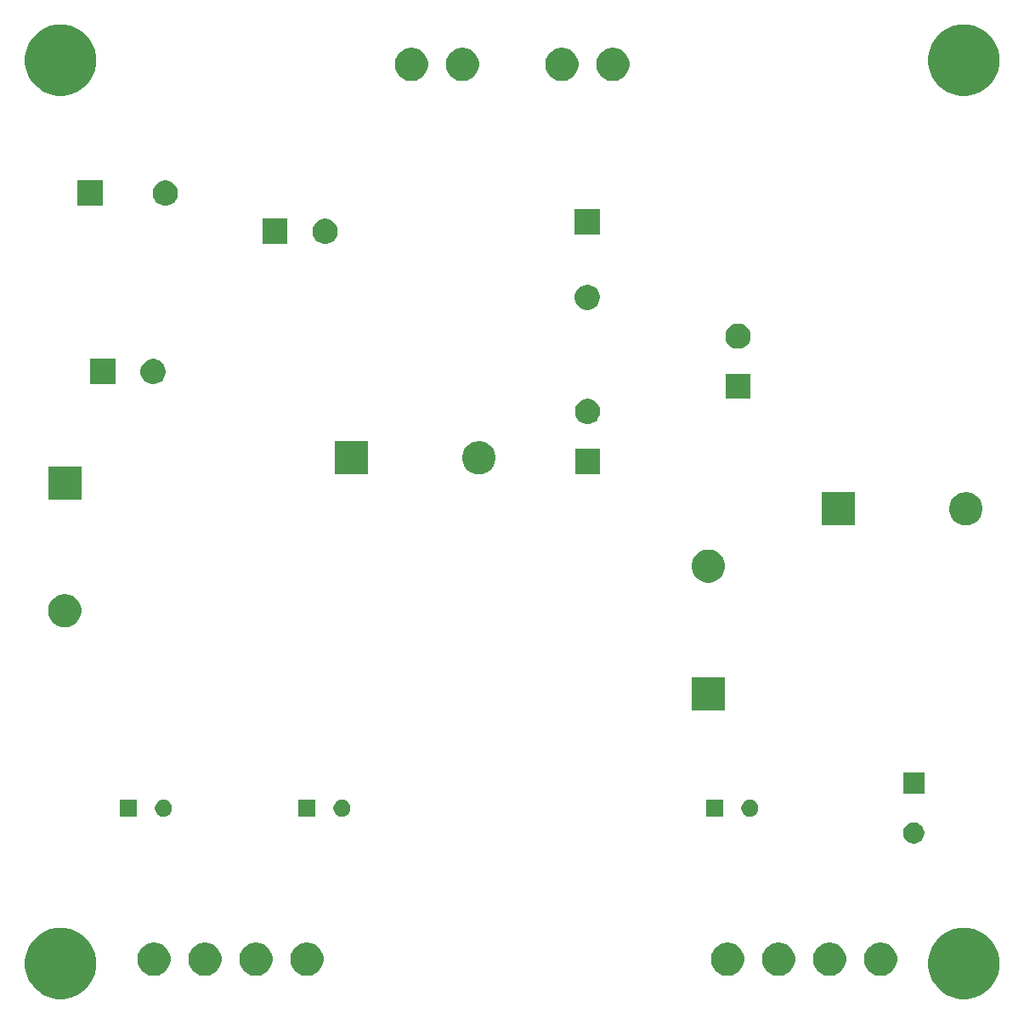
<source format=gbr>
G04 #@! TF.GenerationSoftware,KiCad,Pcbnew,(5.1.5)-3*
G04 #@! TF.CreationDate,2020-04-21T19:46:43+02:00*
G04 #@! TF.ProjectId,PowerSupply_v2,506f7765-7253-4757-9070-6c795f76322e,rev?*
G04 #@! TF.SameCoordinates,Original*
G04 #@! TF.FileFunction,Soldermask,Bot*
G04 #@! TF.FilePolarity,Negative*
%FSLAX46Y46*%
G04 Gerber Fmt 4.6, Leading zero omitted, Abs format (unit mm)*
G04 Created by KiCad (PCBNEW (5.1.5)-3) date 2020-04-21 19:46:43*
%MOMM*%
%LPD*%
G04 APERTURE LIST*
%ADD10C,0.100000*%
G04 APERTURE END LIST*
D10*
G36*
X196035787Y-141585462D02*
G01*
X196035790Y-141585463D01*
X196035789Y-141585463D01*
X196682029Y-141853144D01*
X197263631Y-142241758D01*
X197758242Y-142736369D01*
X198146856Y-143317971D01*
X198146856Y-143317972D01*
X198414538Y-143964213D01*
X198551000Y-144650256D01*
X198551000Y-145349744D01*
X198414538Y-146035787D01*
X198361181Y-146164603D01*
X198146856Y-146682029D01*
X197758242Y-147263631D01*
X197263631Y-147758242D01*
X196682029Y-148146856D01*
X196225068Y-148336135D01*
X196035787Y-148414538D01*
X195349744Y-148551000D01*
X194650256Y-148551000D01*
X193964213Y-148414538D01*
X193774932Y-148336135D01*
X193317971Y-148146856D01*
X192736369Y-147758242D01*
X192241758Y-147263631D01*
X191853144Y-146682029D01*
X191638819Y-146164603D01*
X191585462Y-146035787D01*
X191449000Y-145349744D01*
X191449000Y-144650256D01*
X191585462Y-143964213D01*
X191853144Y-143317972D01*
X191853144Y-143317971D01*
X192241758Y-142736369D01*
X192736369Y-142241758D01*
X193317971Y-141853144D01*
X193964211Y-141585463D01*
X193964210Y-141585463D01*
X193964213Y-141585462D01*
X194650256Y-141449000D01*
X195349744Y-141449000D01*
X196035787Y-141585462D01*
G37*
G36*
X106035787Y-141585462D02*
G01*
X106035790Y-141585463D01*
X106035789Y-141585463D01*
X106682029Y-141853144D01*
X107263631Y-142241758D01*
X107758242Y-142736369D01*
X108146856Y-143317971D01*
X108146856Y-143317972D01*
X108414538Y-143964213D01*
X108551000Y-144650256D01*
X108551000Y-145349744D01*
X108414538Y-146035787D01*
X108361181Y-146164603D01*
X108146856Y-146682029D01*
X107758242Y-147263631D01*
X107263631Y-147758242D01*
X106682029Y-148146856D01*
X106225068Y-148336135D01*
X106035787Y-148414538D01*
X105349744Y-148551000D01*
X104650256Y-148551000D01*
X103964213Y-148414538D01*
X103774932Y-148336135D01*
X103317971Y-148146856D01*
X102736369Y-147758242D01*
X102241758Y-147263631D01*
X101853144Y-146682029D01*
X101638819Y-146164603D01*
X101585462Y-146035787D01*
X101449000Y-145349744D01*
X101449000Y-144650256D01*
X101585462Y-143964213D01*
X101853144Y-143317972D01*
X101853144Y-143317971D01*
X102241758Y-142736369D01*
X102736369Y-142241758D01*
X103317971Y-141853144D01*
X103964211Y-141585463D01*
X103964210Y-141585463D01*
X103964213Y-141585462D01*
X104650256Y-141449000D01*
X105349744Y-141449000D01*
X106035787Y-141585462D01*
G37*
G36*
X129915256Y-142968348D02*
G01*
X130021579Y-142989497D01*
X130322042Y-143113953D01*
X130592451Y-143294635D01*
X130822415Y-143524599D01*
X130822416Y-143524601D01*
X131003098Y-143795010D01*
X131127553Y-144095472D01*
X131191000Y-144414439D01*
X131191000Y-144739661D01*
X131127553Y-145058628D01*
X131006970Y-145349743D01*
X131003097Y-145359092D01*
X130822415Y-145629501D01*
X130592451Y-145859465D01*
X130322042Y-146040147D01*
X130021579Y-146164603D01*
X129915256Y-146185752D01*
X129702611Y-146228050D01*
X129377389Y-146228050D01*
X129164744Y-146185752D01*
X129058421Y-146164603D01*
X128757958Y-146040147D01*
X128487549Y-145859465D01*
X128257585Y-145629501D01*
X128076903Y-145359092D01*
X128073031Y-145349743D01*
X127952447Y-145058628D01*
X127889000Y-144739661D01*
X127889000Y-144414439D01*
X127952447Y-144095472D01*
X128076902Y-143795010D01*
X128257584Y-143524601D01*
X128257585Y-143524599D01*
X128487549Y-143294635D01*
X128757958Y-143113953D01*
X129058421Y-142989497D01*
X129164744Y-142968348D01*
X129377389Y-142926050D01*
X129702611Y-142926050D01*
X129915256Y-142968348D01*
G37*
G36*
X124835256Y-142968348D02*
G01*
X124941579Y-142989497D01*
X125242042Y-143113953D01*
X125512451Y-143294635D01*
X125742415Y-143524599D01*
X125742416Y-143524601D01*
X125923098Y-143795010D01*
X126047553Y-144095472D01*
X126111000Y-144414439D01*
X126111000Y-144739661D01*
X126047553Y-145058628D01*
X125926970Y-145349743D01*
X125923097Y-145359092D01*
X125742415Y-145629501D01*
X125512451Y-145859465D01*
X125242042Y-146040147D01*
X124941579Y-146164603D01*
X124835256Y-146185752D01*
X124622611Y-146228050D01*
X124297389Y-146228050D01*
X124084744Y-146185752D01*
X123978421Y-146164603D01*
X123677958Y-146040147D01*
X123407549Y-145859465D01*
X123177585Y-145629501D01*
X122996903Y-145359092D01*
X122993031Y-145349743D01*
X122872447Y-145058628D01*
X122809000Y-144739661D01*
X122809000Y-144414439D01*
X122872447Y-144095472D01*
X122996902Y-143795010D01*
X123177584Y-143524601D01*
X123177585Y-143524599D01*
X123407549Y-143294635D01*
X123677958Y-143113953D01*
X123978421Y-142989497D01*
X124084744Y-142968348D01*
X124297389Y-142926050D01*
X124622611Y-142926050D01*
X124835256Y-142968348D01*
G37*
G36*
X114675256Y-142968348D02*
G01*
X114781579Y-142989497D01*
X115082042Y-143113953D01*
X115352451Y-143294635D01*
X115582415Y-143524599D01*
X115582416Y-143524601D01*
X115763098Y-143795010D01*
X115887553Y-144095472D01*
X115951000Y-144414439D01*
X115951000Y-144739661D01*
X115887553Y-145058628D01*
X115766970Y-145349743D01*
X115763097Y-145359092D01*
X115582415Y-145629501D01*
X115352451Y-145859465D01*
X115082042Y-146040147D01*
X114781579Y-146164603D01*
X114675256Y-146185752D01*
X114462611Y-146228050D01*
X114137389Y-146228050D01*
X113924744Y-146185752D01*
X113818421Y-146164603D01*
X113517958Y-146040147D01*
X113247549Y-145859465D01*
X113017585Y-145629501D01*
X112836903Y-145359092D01*
X112833031Y-145349743D01*
X112712447Y-145058628D01*
X112649000Y-144739661D01*
X112649000Y-144414439D01*
X112712447Y-144095472D01*
X112836902Y-143795010D01*
X113017584Y-143524601D01*
X113017585Y-143524599D01*
X113247549Y-143294635D01*
X113517958Y-143113953D01*
X113818421Y-142989497D01*
X113924744Y-142968348D01*
X114137389Y-142926050D01*
X114462611Y-142926050D01*
X114675256Y-142968348D01*
G37*
G36*
X119755256Y-142968348D02*
G01*
X119861579Y-142989497D01*
X120162042Y-143113953D01*
X120432451Y-143294635D01*
X120662415Y-143524599D01*
X120662416Y-143524601D01*
X120843098Y-143795010D01*
X120967553Y-144095472D01*
X121031000Y-144414439D01*
X121031000Y-144739661D01*
X120967553Y-145058628D01*
X120846970Y-145349743D01*
X120843097Y-145359092D01*
X120662415Y-145629501D01*
X120432451Y-145859465D01*
X120162042Y-146040147D01*
X119861579Y-146164603D01*
X119755256Y-146185752D01*
X119542611Y-146228050D01*
X119217389Y-146228050D01*
X119004744Y-146185752D01*
X118898421Y-146164603D01*
X118597958Y-146040147D01*
X118327549Y-145859465D01*
X118097585Y-145629501D01*
X117916903Y-145359092D01*
X117913031Y-145349743D01*
X117792447Y-145058628D01*
X117729000Y-144739661D01*
X117729000Y-144414439D01*
X117792447Y-144095472D01*
X117916902Y-143795010D01*
X118097584Y-143524601D01*
X118097585Y-143524599D01*
X118327549Y-143294635D01*
X118597958Y-143113953D01*
X118898421Y-142989497D01*
X119004744Y-142968348D01*
X119217389Y-142926050D01*
X119542611Y-142926050D01*
X119755256Y-142968348D01*
G37*
G36*
X171825256Y-142968348D02*
G01*
X171931579Y-142989497D01*
X172232042Y-143113953D01*
X172502451Y-143294635D01*
X172732415Y-143524599D01*
X172732416Y-143524601D01*
X172913098Y-143795010D01*
X173037553Y-144095472D01*
X173101000Y-144414439D01*
X173101000Y-144739661D01*
X173037553Y-145058628D01*
X172916970Y-145349743D01*
X172913097Y-145359092D01*
X172732415Y-145629501D01*
X172502451Y-145859465D01*
X172232042Y-146040147D01*
X171931579Y-146164603D01*
X171825256Y-146185752D01*
X171612611Y-146228050D01*
X171287389Y-146228050D01*
X171074744Y-146185752D01*
X170968421Y-146164603D01*
X170667958Y-146040147D01*
X170397549Y-145859465D01*
X170167585Y-145629501D01*
X169986903Y-145359092D01*
X169983031Y-145349743D01*
X169862447Y-145058628D01*
X169799000Y-144739661D01*
X169799000Y-144414439D01*
X169862447Y-144095472D01*
X169986902Y-143795010D01*
X170167584Y-143524601D01*
X170167585Y-143524599D01*
X170397549Y-143294635D01*
X170667958Y-143113953D01*
X170968421Y-142989497D01*
X171074744Y-142968348D01*
X171287389Y-142926050D01*
X171612611Y-142926050D01*
X171825256Y-142968348D01*
G37*
G36*
X181985256Y-142968348D02*
G01*
X182091579Y-142989497D01*
X182392042Y-143113953D01*
X182662451Y-143294635D01*
X182892415Y-143524599D01*
X182892416Y-143524601D01*
X183073098Y-143795010D01*
X183197553Y-144095472D01*
X183261000Y-144414439D01*
X183261000Y-144739661D01*
X183197553Y-145058628D01*
X183076970Y-145349743D01*
X183073097Y-145359092D01*
X182892415Y-145629501D01*
X182662451Y-145859465D01*
X182392042Y-146040147D01*
X182091579Y-146164603D01*
X181985256Y-146185752D01*
X181772611Y-146228050D01*
X181447389Y-146228050D01*
X181234744Y-146185752D01*
X181128421Y-146164603D01*
X180827958Y-146040147D01*
X180557549Y-145859465D01*
X180327585Y-145629501D01*
X180146903Y-145359092D01*
X180143031Y-145349743D01*
X180022447Y-145058628D01*
X179959000Y-144739661D01*
X179959000Y-144414439D01*
X180022447Y-144095472D01*
X180146902Y-143795010D01*
X180327584Y-143524601D01*
X180327585Y-143524599D01*
X180557549Y-143294635D01*
X180827958Y-143113953D01*
X181128421Y-142989497D01*
X181234744Y-142968348D01*
X181447389Y-142926050D01*
X181772611Y-142926050D01*
X181985256Y-142968348D01*
G37*
G36*
X187065256Y-142968348D02*
G01*
X187171579Y-142989497D01*
X187472042Y-143113953D01*
X187742451Y-143294635D01*
X187972415Y-143524599D01*
X187972416Y-143524601D01*
X188153098Y-143795010D01*
X188277553Y-144095472D01*
X188341000Y-144414439D01*
X188341000Y-144739661D01*
X188277553Y-145058628D01*
X188156970Y-145349743D01*
X188153097Y-145359092D01*
X187972415Y-145629501D01*
X187742451Y-145859465D01*
X187472042Y-146040147D01*
X187171579Y-146164603D01*
X187065256Y-146185752D01*
X186852611Y-146228050D01*
X186527389Y-146228050D01*
X186314744Y-146185752D01*
X186208421Y-146164603D01*
X185907958Y-146040147D01*
X185637549Y-145859465D01*
X185407585Y-145629501D01*
X185226903Y-145359092D01*
X185223031Y-145349743D01*
X185102447Y-145058628D01*
X185039000Y-144739661D01*
X185039000Y-144414439D01*
X185102447Y-144095472D01*
X185226902Y-143795010D01*
X185407584Y-143524601D01*
X185407585Y-143524599D01*
X185637549Y-143294635D01*
X185907958Y-143113953D01*
X186208421Y-142989497D01*
X186314744Y-142968348D01*
X186527389Y-142926050D01*
X186852611Y-142926050D01*
X187065256Y-142968348D01*
G37*
G36*
X176905256Y-142968348D02*
G01*
X177011579Y-142989497D01*
X177312042Y-143113953D01*
X177582451Y-143294635D01*
X177812415Y-143524599D01*
X177812416Y-143524601D01*
X177993098Y-143795010D01*
X178117553Y-144095472D01*
X178181000Y-144414439D01*
X178181000Y-144739661D01*
X178117553Y-145058628D01*
X177996970Y-145349743D01*
X177993097Y-145359092D01*
X177812415Y-145629501D01*
X177582451Y-145859465D01*
X177312042Y-146040147D01*
X177011579Y-146164603D01*
X176905256Y-146185752D01*
X176692611Y-146228050D01*
X176367389Y-146228050D01*
X176154744Y-146185752D01*
X176048421Y-146164603D01*
X175747958Y-146040147D01*
X175477549Y-145859465D01*
X175247585Y-145629501D01*
X175066903Y-145359092D01*
X175063031Y-145349743D01*
X174942447Y-145058628D01*
X174879000Y-144739661D01*
X174879000Y-144414439D01*
X174942447Y-144095472D01*
X175066902Y-143795010D01*
X175247584Y-143524601D01*
X175247585Y-143524599D01*
X175477549Y-143294635D01*
X175747958Y-143113953D01*
X176048421Y-142989497D01*
X176154744Y-142968348D01*
X176367389Y-142926050D01*
X176692611Y-142926050D01*
X176905256Y-142968348D01*
G37*
G36*
X190306564Y-130989389D02*
G01*
X190497833Y-131068615D01*
X190497835Y-131068616D01*
X190669973Y-131183635D01*
X190816365Y-131330027D01*
X190931385Y-131502167D01*
X191010611Y-131693436D01*
X191051000Y-131896484D01*
X191051000Y-132103516D01*
X191010611Y-132306564D01*
X190931385Y-132497833D01*
X190931384Y-132497835D01*
X190816365Y-132669973D01*
X190669973Y-132816365D01*
X190497835Y-132931384D01*
X190497834Y-132931385D01*
X190497833Y-132931385D01*
X190306564Y-133010611D01*
X190103516Y-133051000D01*
X189896484Y-133051000D01*
X189693436Y-133010611D01*
X189502167Y-132931385D01*
X189502166Y-132931385D01*
X189502165Y-132931384D01*
X189330027Y-132816365D01*
X189183635Y-132669973D01*
X189068616Y-132497835D01*
X189068615Y-132497833D01*
X188989389Y-132306564D01*
X188949000Y-132103516D01*
X188949000Y-131896484D01*
X188989389Y-131693436D01*
X189068615Y-131502167D01*
X189183635Y-131330027D01*
X189330027Y-131183635D01*
X189502165Y-131068616D01*
X189502167Y-131068615D01*
X189693436Y-130989389D01*
X189896484Y-130949000D01*
X190103516Y-130949000D01*
X190306564Y-130989389D01*
G37*
G36*
X115508228Y-128721703D02*
G01*
X115663100Y-128785853D01*
X115802481Y-128878985D01*
X115921015Y-128997519D01*
X116014147Y-129136900D01*
X116078297Y-129291772D01*
X116111000Y-129456184D01*
X116111000Y-129623816D01*
X116078297Y-129788228D01*
X116014147Y-129943100D01*
X115921015Y-130082481D01*
X115802481Y-130201015D01*
X115663100Y-130294147D01*
X115508228Y-130358297D01*
X115343816Y-130391000D01*
X115176184Y-130391000D01*
X115011772Y-130358297D01*
X114856900Y-130294147D01*
X114717519Y-130201015D01*
X114598985Y-130082481D01*
X114505853Y-129943100D01*
X114441703Y-129788228D01*
X114409000Y-129623816D01*
X114409000Y-129456184D01*
X114441703Y-129291772D01*
X114505853Y-129136900D01*
X114598985Y-128997519D01*
X114717519Y-128878985D01*
X114856900Y-128785853D01*
X115011772Y-128721703D01*
X115176184Y-128689000D01*
X115343816Y-128689000D01*
X115508228Y-128721703D01*
G37*
G36*
X130391000Y-130391000D02*
G01*
X128689000Y-130391000D01*
X128689000Y-128689000D01*
X130391000Y-128689000D01*
X130391000Y-130391000D01*
G37*
G36*
X173928228Y-128721703D02*
G01*
X174083100Y-128785853D01*
X174222481Y-128878985D01*
X174341015Y-128997519D01*
X174434147Y-129136900D01*
X174498297Y-129291772D01*
X174531000Y-129456184D01*
X174531000Y-129623816D01*
X174498297Y-129788228D01*
X174434147Y-129943100D01*
X174341015Y-130082481D01*
X174222481Y-130201015D01*
X174083100Y-130294147D01*
X173928228Y-130358297D01*
X173763816Y-130391000D01*
X173596184Y-130391000D01*
X173431772Y-130358297D01*
X173276900Y-130294147D01*
X173137519Y-130201015D01*
X173018985Y-130082481D01*
X172925853Y-129943100D01*
X172861703Y-129788228D01*
X172829000Y-129623816D01*
X172829000Y-129456184D01*
X172861703Y-129291772D01*
X172925853Y-129136900D01*
X173018985Y-128997519D01*
X173137519Y-128878985D01*
X173276900Y-128785853D01*
X173431772Y-128721703D01*
X173596184Y-128689000D01*
X173763816Y-128689000D01*
X173928228Y-128721703D01*
G37*
G36*
X112611000Y-130391000D02*
G01*
X110909000Y-130391000D01*
X110909000Y-128689000D01*
X112611000Y-128689000D01*
X112611000Y-130391000D01*
G37*
G36*
X171031000Y-130391000D02*
G01*
X169329000Y-130391000D01*
X169329000Y-128689000D01*
X171031000Y-128689000D01*
X171031000Y-130391000D01*
G37*
G36*
X133288228Y-128721703D02*
G01*
X133443100Y-128785853D01*
X133582481Y-128878985D01*
X133701015Y-128997519D01*
X133794147Y-129136900D01*
X133858297Y-129291772D01*
X133891000Y-129456184D01*
X133891000Y-129623816D01*
X133858297Y-129788228D01*
X133794147Y-129943100D01*
X133701015Y-130082481D01*
X133582481Y-130201015D01*
X133443100Y-130294147D01*
X133288228Y-130358297D01*
X133123816Y-130391000D01*
X132956184Y-130391000D01*
X132791772Y-130358297D01*
X132636900Y-130294147D01*
X132497519Y-130201015D01*
X132378985Y-130082481D01*
X132285853Y-129943100D01*
X132221703Y-129788228D01*
X132189000Y-129623816D01*
X132189000Y-129456184D01*
X132221703Y-129291772D01*
X132285853Y-129136900D01*
X132378985Y-128997519D01*
X132497519Y-128878985D01*
X132636900Y-128785853D01*
X132791772Y-128721703D01*
X132956184Y-128689000D01*
X133123816Y-128689000D01*
X133288228Y-128721703D01*
G37*
G36*
X191051000Y-128051000D02*
G01*
X188949000Y-128051000D01*
X188949000Y-125949000D01*
X191051000Y-125949000D01*
X191051000Y-128051000D01*
G37*
G36*
X171196000Y-119761000D02*
G01*
X167894000Y-119761000D01*
X167894000Y-116459000D01*
X171196000Y-116459000D01*
X171196000Y-119761000D01*
G37*
G36*
X105785256Y-108246298D02*
G01*
X105891579Y-108267447D01*
X106192042Y-108391903D01*
X106462451Y-108572585D01*
X106692415Y-108802549D01*
X106873097Y-109072958D01*
X106997553Y-109373421D01*
X107061000Y-109692391D01*
X107061000Y-110017609D01*
X106997553Y-110336579D01*
X106873097Y-110637042D01*
X106692415Y-110907451D01*
X106462451Y-111137415D01*
X106192042Y-111318097D01*
X105891579Y-111442553D01*
X105785256Y-111463702D01*
X105572611Y-111506000D01*
X105247389Y-111506000D01*
X105034744Y-111463702D01*
X104928421Y-111442553D01*
X104627958Y-111318097D01*
X104357549Y-111137415D01*
X104127585Y-110907451D01*
X103946903Y-110637042D01*
X103822447Y-110336579D01*
X103759000Y-110017609D01*
X103759000Y-109692391D01*
X103822447Y-109373421D01*
X103946903Y-109072958D01*
X104127585Y-108802549D01*
X104357549Y-108572585D01*
X104627958Y-108391903D01*
X104928421Y-108267447D01*
X105034744Y-108246298D01*
X105247389Y-108204000D01*
X105572611Y-108204000D01*
X105785256Y-108246298D01*
G37*
G36*
X169920256Y-103801298D02*
G01*
X170026579Y-103822447D01*
X170327042Y-103946903D01*
X170597451Y-104127585D01*
X170827415Y-104357549D01*
X171008097Y-104627958D01*
X171132553Y-104928421D01*
X171196000Y-105247391D01*
X171196000Y-105572609D01*
X171132553Y-105891579D01*
X171008097Y-106192042D01*
X170827415Y-106462451D01*
X170597451Y-106692415D01*
X170327042Y-106873097D01*
X170026579Y-106997553D01*
X169920256Y-107018702D01*
X169707611Y-107061000D01*
X169382389Y-107061000D01*
X169169744Y-107018702D01*
X169063421Y-106997553D01*
X168762958Y-106873097D01*
X168492549Y-106692415D01*
X168262585Y-106462451D01*
X168081903Y-106192042D01*
X167957447Y-105891579D01*
X167894000Y-105572609D01*
X167894000Y-105247391D01*
X167957447Y-104928421D01*
X168081903Y-104627958D01*
X168262585Y-104357549D01*
X168492549Y-104127585D01*
X168762958Y-103946903D01*
X169063421Y-103822447D01*
X169169744Y-103801298D01*
X169382389Y-103759000D01*
X169707611Y-103759000D01*
X169920256Y-103801298D01*
G37*
G36*
X184151000Y-101346000D02*
G01*
X180849000Y-101346000D01*
X180849000Y-98044000D01*
X184151000Y-98044000D01*
X184151000Y-101346000D01*
G37*
G36*
X195575256Y-98086298D02*
G01*
X195681579Y-98107447D01*
X195982042Y-98231903D01*
X196252451Y-98412585D01*
X196482415Y-98642549D01*
X196663097Y-98912958D01*
X196787553Y-99213421D01*
X196851000Y-99532391D01*
X196851000Y-99857609D01*
X196787553Y-100176579D01*
X196663097Y-100477042D01*
X196482415Y-100747451D01*
X196252451Y-100977415D01*
X195982042Y-101158097D01*
X195681579Y-101282553D01*
X195575256Y-101303702D01*
X195362611Y-101346000D01*
X195037389Y-101346000D01*
X194824744Y-101303702D01*
X194718421Y-101282553D01*
X194417958Y-101158097D01*
X194147549Y-100977415D01*
X193917585Y-100747451D01*
X193736903Y-100477042D01*
X193612447Y-100176579D01*
X193549000Y-99857609D01*
X193549000Y-99532391D01*
X193612447Y-99213421D01*
X193736903Y-98912958D01*
X193917585Y-98642549D01*
X194147549Y-98412585D01*
X194417958Y-98231903D01*
X194718421Y-98107447D01*
X194824744Y-98086298D01*
X195037389Y-98044000D01*
X195362611Y-98044000D01*
X195575256Y-98086298D01*
G37*
G36*
X107061000Y-98806000D02*
G01*
X103759000Y-98806000D01*
X103759000Y-95504000D01*
X107061000Y-95504000D01*
X107061000Y-98806000D01*
G37*
G36*
X147060256Y-93006298D02*
G01*
X147166579Y-93027447D01*
X147467042Y-93151903D01*
X147737451Y-93332585D01*
X147967415Y-93562549D01*
X148148097Y-93832958D01*
X148272553Y-94133421D01*
X148336000Y-94452391D01*
X148336000Y-94777609D01*
X148272553Y-95096579D01*
X148148097Y-95397042D01*
X147967415Y-95667451D01*
X147737451Y-95897415D01*
X147467042Y-96078097D01*
X147166579Y-96202553D01*
X147060256Y-96223702D01*
X146847611Y-96266000D01*
X146522389Y-96266000D01*
X146309744Y-96223702D01*
X146203421Y-96202553D01*
X145902958Y-96078097D01*
X145632549Y-95897415D01*
X145402585Y-95667451D01*
X145221903Y-95397042D01*
X145097447Y-95096579D01*
X145034000Y-94777609D01*
X145034000Y-94452391D01*
X145097447Y-94133421D01*
X145221903Y-93832958D01*
X145402585Y-93562549D01*
X145632549Y-93332585D01*
X145902958Y-93151903D01*
X146203421Y-93027447D01*
X146309744Y-93006298D01*
X146522389Y-92964000D01*
X146847611Y-92964000D01*
X147060256Y-93006298D01*
G37*
G36*
X135636000Y-96266000D02*
G01*
X132334000Y-96266000D01*
X132334000Y-92964000D01*
X135636000Y-92964000D01*
X135636000Y-96266000D01*
G37*
G36*
X158751000Y-96251000D02*
G01*
X156249000Y-96251000D01*
X156249000Y-93749000D01*
X158751000Y-93749000D01*
X158751000Y-96251000D01*
G37*
G36*
X157864903Y-88797075D02*
G01*
X158092571Y-88891378D01*
X158297466Y-89028285D01*
X158471715Y-89202534D01*
X158608622Y-89407429D01*
X158702925Y-89635097D01*
X158751000Y-89876787D01*
X158751000Y-90123213D01*
X158702925Y-90364903D01*
X158608622Y-90592571D01*
X158471715Y-90797466D01*
X158297466Y-90971715D01*
X158092571Y-91108622D01*
X158092570Y-91108623D01*
X158092569Y-91108623D01*
X157864903Y-91202925D01*
X157623214Y-91251000D01*
X157376786Y-91251000D01*
X157135097Y-91202925D01*
X156907431Y-91108623D01*
X156907430Y-91108623D01*
X156907429Y-91108622D01*
X156702534Y-90971715D01*
X156528285Y-90797466D01*
X156391378Y-90592571D01*
X156297075Y-90364903D01*
X156249000Y-90123213D01*
X156249000Y-89876787D01*
X156297075Y-89635097D01*
X156391378Y-89407429D01*
X156528285Y-89202534D01*
X156702534Y-89028285D01*
X156907429Y-88891378D01*
X157135097Y-88797075D01*
X157376786Y-88749000D01*
X157623214Y-88749000D01*
X157864903Y-88797075D01*
G37*
G36*
X173751000Y-88751000D02*
G01*
X171249000Y-88751000D01*
X171249000Y-86249000D01*
X173751000Y-86249000D01*
X173751000Y-88751000D01*
G37*
G36*
X114584903Y-84827125D02*
G01*
X114812571Y-84921428D01*
X115017466Y-85058335D01*
X115191715Y-85232584D01*
X115328622Y-85437479D01*
X115422925Y-85665147D01*
X115471000Y-85906837D01*
X115471000Y-86153263D01*
X115422925Y-86394953D01*
X115328622Y-86622621D01*
X115191715Y-86827516D01*
X115017466Y-87001765D01*
X114812571Y-87138672D01*
X114812570Y-87138673D01*
X114812569Y-87138673D01*
X114584903Y-87232975D01*
X114343214Y-87281050D01*
X114096786Y-87281050D01*
X113855097Y-87232975D01*
X113627431Y-87138673D01*
X113627430Y-87138673D01*
X113627429Y-87138672D01*
X113422534Y-87001765D01*
X113248285Y-86827516D01*
X113111378Y-86622621D01*
X113017075Y-86394953D01*
X112969000Y-86153263D01*
X112969000Y-85906837D01*
X113017075Y-85665147D01*
X113111378Y-85437479D01*
X113248285Y-85232584D01*
X113422534Y-85058335D01*
X113627429Y-84921428D01*
X113855097Y-84827125D01*
X114096786Y-84779050D01*
X114343214Y-84779050D01*
X114584903Y-84827125D01*
G37*
G36*
X110471000Y-87281050D02*
G01*
X107969000Y-87281050D01*
X107969000Y-84779050D01*
X110471000Y-84779050D01*
X110471000Y-87281050D01*
G37*
G36*
X172864903Y-81297075D02*
G01*
X173092571Y-81391378D01*
X173297466Y-81528285D01*
X173471715Y-81702534D01*
X173608622Y-81907429D01*
X173702925Y-82135097D01*
X173751000Y-82376787D01*
X173751000Y-82623213D01*
X173702925Y-82864903D01*
X173608622Y-83092571D01*
X173471715Y-83297466D01*
X173297466Y-83471715D01*
X173092571Y-83608622D01*
X173092570Y-83608623D01*
X173092569Y-83608623D01*
X172864903Y-83702925D01*
X172623214Y-83751000D01*
X172376786Y-83751000D01*
X172135097Y-83702925D01*
X171907431Y-83608623D01*
X171907430Y-83608623D01*
X171907429Y-83608622D01*
X171702534Y-83471715D01*
X171528285Y-83297466D01*
X171391378Y-83092571D01*
X171297075Y-82864903D01*
X171249000Y-82623213D01*
X171249000Y-82376787D01*
X171297075Y-82135097D01*
X171391378Y-81907429D01*
X171528285Y-81702534D01*
X171702534Y-81528285D01*
X171907429Y-81391378D01*
X172135097Y-81297075D01*
X172376786Y-81249000D01*
X172623214Y-81249000D01*
X172864903Y-81297075D01*
G37*
G36*
X157844903Y-77417075D02*
G01*
X158072571Y-77511378D01*
X158277466Y-77648285D01*
X158451715Y-77822534D01*
X158588622Y-78027429D01*
X158682925Y-78255097D01*
X158731000Y-78496787D01*
X158731000Y-78743213D01*
X158682925Y-78984903D01*
X158588622Y-79212571D01*
X158451715Y-79417466D01*
X158277466Y-79591715D01*
X158072571Y-79728622D01*
X158072570Y-79728623D01*
X158072569Y-79728623D01*
X157844903Y-79822925D01*
X157603214Y-79871000D01*
X157356786Y-79871000D01*
X157115097Y-79822925D01*
X156887431Y-79728623D01*
X156887430Y-79728623D01*
X156887429Y-79728622D01*
X156682534Y-79591715D01*
X156508285Y-79417466D01*
X156371378Y-79212571D01*
X156277075Y-78984903D01*
X156229000Y-78743213D01*
X156229000Y-78496787D01*
X156277075Y-78255097D01*
X156371378Y-78027429D01*
X156508285Y-77822534D01*
X156682534Y-77648285D01*
X156887429Y-77511378D01*
X157115097Y-77417075D01*
X157356786Y-77369000D01*
X157603214Y-77369000D01*
X157844903Y-77417075D01*
G37*
G36*
X127616000Y-73311050D02*
G01*
X125114000Y-73311050D01*
X125114000Y-70809050D01*
X127616000Y-70809050D01*
X127616000Y-73311050D01*
G37*
G36*
X131729903Y-70857125D02*
G01*
X131957571Y-70951428D01*
X132162466Y-71088335D01*
X132336715Y-71262584D01*
X132473622Y-71467479D01*
X132567925Y-71695147D01*
X132616000Y-71936837D01*
X132616000Y-72183263D01*
X132567925Y-72424953D01*
X132473622Y-72652621D01*
X132336715Y-72857516D01*
X132162466Y-73031765D01*
X131957571Y-73168672D01*
X131957570Y-73168673D01*
X131957569Y-73168673D01*
X131729903Y-73262975D01*
X131488214Y-73311050D01*
X131241786Y-73311050D01*
X131000097Y-73262975D01*
X130772431Y-73168673D01*
X130772430Y-73168673D01*
X130772429Y-73168672D01*
X130567534Y-73031765D01*
X130393285Y-72857516D01*
X130256378Y-72652621D01*
X130162075Y-72424953D01*
X130114000Y-72183263D01*
X130114000Y-71936837D01*
X130162075Y-71695147D01*
X130256378Y-71467479D01*
X130393285Y-71262584D01*
X130567534Y-71088335D01*
X130772429Y-70951428D01*
X131000097Y-70857125D01*
X131241786Y-70809050D01*
X131488214Y-70809050D01*
X131729903Y-70857125D01*
G37*
G36*
X158731000Y-72371000D02*
G01*
X156229000Y-72371000D01*
X156229000Y-69869000D01*
X158731000Y-69869000D01*
X158731000Y-72371000D01*
G37*
G36*
X115814903Y-67047125D02*
G01*
X116042571Y-67141428D01*
X116247466Y-67278335D01*
X116421715Y-67452584D01*
X116558622Y-67657479D01*
X116652925Y-67885147D01*
X116701000Y-68126837D01*
X116701000Y-68373263D01*
X116652925Y-68614953D01*
X116558622Y-68842621D01*
X116421715Y-69047516D01*
X116247466Y-69221765D01*
X116042571Y-69358672D01*
X116042570Y-69358673D01*
X116042569Y-69358673D01*
X115814903Y-69452975D01*
X115573214Y-69501050D01*
X115326786Y-69501050D01*
X115085097Y-69452975D01*
X114857431Y-69358673D01*
X114857430Y-69358673D01*
X114857429Y-69358672D01*
X114652534Y-69221765D01*
X114478285Y-69047516D01*
X114341378Y-68842621D01*
X114247075Y-68614953D01*
X114199000Y-68373263D01*
X114199000Y-68126837D01*
X114247075Y-67885147D01*
X114341378Y-67657479D01*
X114478285Y-67452584D01*
X114652534Y-67278335D01*
X114857429Y-67141428D01*
X115085097Y-67047125D01*
X115326786Y-66999050D01*
X115573214Y-66999050D01*
X115814903Y-67047125D01*
G37*
G36*
X109201000Y-69501050D02*
G01*
X106699000Y-69501050D01*
X106699000Y-66999050D01*
X109201000Y-66999050D01*
X109201000Y-69501050D01*
G37*
G36*
X196035787Y-51585462D02*
G01*
X196035790Y-51585463D01*
X196035789Y-51585463D01*
X196682029Y-51853144D01*
X197263631Y-52241758D01*
X197758242Y-52736369D01*
X198146856Y-53317971D01*
X198146856Y-53317972D01*
X198414538Y-53964213D01*
X198551000Y-54650256D01*
X198551000Y-55349744D01*
X198414538Y-56035787D01*
X198336135Y-56225068D01*
X198146856Y-56682029D01*
X197758242Y-57263631D01*
X197263631Y-57758242D01*
X196682029Y-58146856D01*
X196225068Y-58336135D01*
X196035787Y-58414538D01*
X195349744Y-58551000D01*
X194650256Y-58551000D01*
X193964213Y-58414538D01*
X193774932Y-58336135D01*
X193317971Y-58146856D01*
X192736369Y-57758242D01*
X192241758Y-57263631D01*
X191853144Y-56682029D01*
X191663865Y-56225068D01*
X191585462Y-56035787D01*
X191449000Y-55349744D01*
X191449000Y-54650256D01*
X191585462Y-53964213D01*
X191853144Y-53317972D01*
X191853144Y-53317971D01*
X192241758Y-52736369D01*
X192736369Y-52241758D01*
X193317971Y-51853144D01*
X193964211Y-51585463D01*
X193964210Y-51585463D01*
X193964213Y-51585462D01*
X194650256Y-51449000D01*
X195349744Y-51449000D01*
X196035787Y-51585462D01*
G37*
G36*
X106035787Y-51585462D02*
G01*
X106035790Y-51585463D01*
X106035789Y-51585463D01*
X106682029Y-51853144D01*
X107263631Y-52241758D01*
X107758242Y-52736369D01*
X108146856Y-53317971D01*
X108146856Y-53317972D01*
X108414538Y-53964213D01*
X108551000Y-54650256D01*
X108551000Y-55349744D01*
X108414538Y-56035787D01*
X108336135Y-56225068D01*
X108146856Y-56682029D01*
X107758242Y-57263631D01*
X107263631Y-57758242D01*
X106682029Y-58146856D01*
X106225068Y-58336135D01*
X106035787Y-58414538D01*
X105349744Y-58551000D01*
X104650256Y-58551000D01*
X103964213Y-58414538D01*
X103774932Y-58336135D01*
X103317971Y-58146856D01*
X102736369Y-57758242D01*
X102241758Y-57263631D01*
X101853144Y-56682029D01*
X101663865Y-56225068D01*
X101585462Y-56035787D01*
X101449000Y-55349744D01*
X101449000Y-54650256D01*
X101585462Y-53964213D01*
X101853144Y-53317972D01*
X101853144Y-53317971D01*
X102241758Y-52736369D01*
X102736369Y-52241758D01*
X103317971Y-51853144D01*
X103964211Y-51585463D01*
X103964210Y-51585463D01*
X103964213Y-51585462D01*
X104650256Y-51449000D01*
X105349744Y-51449000D01*
X106035787Y-51585462D01*
G37*
G36*
X155315256Y-53814348D02*
G01*
X155421579Y-53835497D01*
X155722042Y-53959953D01*
X155992451Y-54140635D01*
X156222415Y-54370599D01*
X156403097Y-54641008D01*
X156527553Y-54941471D01*
X156591000Y-55260441D01*
X156591000Y-55585659D01*
X156527553Y-55904629D01*
X156403097Y-56205092D01*
X156222415Y-56475501D01*
X155992451Y-56705465D01*
X155722042Y-56886147D01*
X155421579Y-57010603D01*
X155315256Y-57031752D01*
X155102611Y-57074050D01*
X154777389Y-57074050D01*
X154564744Y-57031752D01*
X154458421Y-57010603D01*
X154157958Y-56886147D01*
X153887549Y-56705465D01*
X153657585Y-56475501D01*
X153476903Y-56205092D01*
X153352447Y-55904629D01*
X153289000Y-55585659D01*
X153289000Y-55260441D01*
X153352447Y-54941471D01*
X153476903Y-54641008D01*
X153657585Y-54370599D01*
X153887549Y-54140635D01*
X154157958Y-53959953D01*
X154458421Y-53835497D01*
X154564744Y-53814348D01*
X154777389Y-53772050D01*
X155102611Y-53772050D01*
X155315256Y-53814348D01*
G37*
G36*
X160395256Y-53814348D02*
G01*
X160501579Y-53835497D01*
X160802042Y-53959953D01*
X161072451Y-54140635D01*
X161302415Y-54370599D01*
X161483097Y-54641008D01*
X161607553Y-54941471D01*
X161671000Y-55260441D01*
X161671000Y-55585659D01*
X161607553Y-55904629D01*
X161483097Y-56205092D01*
X161302415Y-56475501D01*
X161072451Y-56705465D01*
X160802042Y-56886147D01*
X160501579Y-57010603D01*
X160395256Y-57031752D01*
X160182611Y-57074050D01*
X159857389Y-57074050D01*
X159644744Y-57031752D01*
X159538421Y-57010603D01*
X159237958Y-56886147D01*
X158967549Y-56705465D01*
X158737585Y-56475501D01*
X158556903Y-56205092D01*
X158432447Y-55904629D01*
X158369000Y-55585659D01*
X158369000Y-55260441D01*
X158432447Y-54941471D01*
X158556903Y-54641008D01*
X158737585Y-54370599D01*
X158967549Y-54140635D01*
X159237958Y-53959953D01*
X159538421Y-53835497D01*
X159644744Y-53814348D01*
X159857389Y-53772050D01*
X160182611Y-53772050D01*
X160395256Y-53814348D01*
G37*
G36*
X145409256Y-53814348D02*
G01*
X145515579Y-53835497D01*
X145816042Y-53959953D01*
X146086451Y-54140635D01*
X146316415Y-54370599D01*
X146497097Y-54641008D01*
X146621553Y-54941471D01*
X146685000Y-55260441D01*
X146685000Y-55585659D01*
X146621553Y-55904629D01*
X146497097Y-56205092D01*
X146316415Y-56475501D01*
X146086451Y-56705465D01*
X145816042Y-56886147D01*
X145515579Y-57010603D01*
X145409256Y-57031752D01*
X145196611Y-57074050D01*
X144871389Y-57074050D01*
X144658744Y-57031752D01*
X144552421Y-57010603D01*
X144251958Y-56886147D01*
X143981549Y-56705465D01*
X143751585Y-56475501D01*
X143570903Y-56205092D01*
X143446447Y-55904629D01*
X143383000Y-55585659D01*
X143383000Y-55260441D01*
X143446447Y-54941471D01*
X143570903Y-54641008D01*
X143751585Y-54370599D01*
X143981549Y-54140635D01*
X144251958Y-53959953D01*
X144552421Y-53835497D01*
X144658744Y-53814348D01*
X144871389Y-53772050D01*
X145196611Y-53772050D01*
X145409256Y-53814348D01*
G37*
G36*
X140329256Y-53814348D02*
G01*
X140435579Y-53835497D01*
X140736042Y-53959953D01*
X141006451Y-54140635D01*
X141236415Y-54370599D01*
X141417097Y-54641008D01*
X141541553Y-54941471D01*
X141605000Y-55260441D01*
X141605000Y-55585659D01*
X141541553Y-55904629D01*
X141417097Y-56205092D01*
X141236415Y-56475501D01*
X141006451Y-56705465D01*
X140736042Y-56886147D01*
X140435579Y-57010603D01*
X140329256Y-57031752D01*
X140116611Y-57074050D01*
X139791389Y-57074050D01*
X139578744Y-57031752D01*
X139472421Y-57010603D01*
X139171958Y-56886147D01*
X138901549Y-56705465D01*
X138671585Y-56475501D01*
X138490903Y-56205092D01*
X138366447Y-55904629D01*
X138303000Y-55585659D01*
X138303000Y-55260441D01*
X138366447Y-54941471D01*
X138490903Y-54641008D01*
X138671585Y-54370599D01*
X138901549Y-54140635D01*
X139171958Y-53959953D01*
X139472421Y-53835497D01*
X139578744Y-53814348D01*
X139791389Y-53772050D01*
X140116611Y-53772050D01*
X140329256Y-53814348D01*
G37*
M02*

</source>
